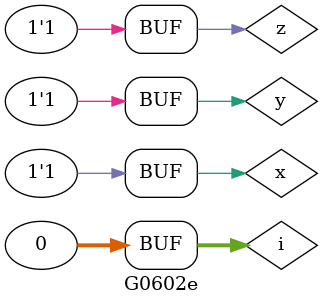
<source format=v>

module f1 (output r, input x,y,z);

	assign r = ~z|(~x&y); // (~x|~z)&(x|y|~z)

endmodule // f1

module f2 (output r, input x,y,z);

	assign r = z|(~x&y); // (~x|z)&(x|y|z)

endmodule // f2

module f3 (output r, input x,y,z);

	assign r = (~z|y)&(x|~y);

endmodule // f3

module f4 (output r, input x,y,z);

	assign r = (y~^~z);

endmodule // f4

module f5 (output r, input x,y,z);

	assign r = (~y);

endmodule // f5

module G0602a;

	// Define data
	integer i = 0;
	reg x = 1'b0;
	reg y = 1'b0;
	reg z = 1'b0;
	wire r;

	f1 F1 (r, x,y,z);

	// Actions
	initial
		begin : main

			$display ("\nG0602a -\n");

			$display ("f(x,y,z) = M (1,5,7)\n");

			$monitor ("#%0d | %b %b %b | %b", i, x,y,z, r);
			#1 z = 1'b1; i++;
			#1 y = 1'b1; z = 1'b0; i++;
			#1 y = 1'b1; z = 1'b1; i++;
			#1 x = 1'b1; y = 1'b0; z = 1'b0; i++;
			#1 x = 1'b1; y = 1'b0; z = 1'b1; i++;
			#1 x = 1'b1; y = 1'b1; z = 1'b0; i++;
			#1 x = 1'b1; y = 1'b1; z = 1'b1; i++;

		end // main

endmodule // G0602a

module G0602b;

	// Define data
	integer i = 0;
	reg x = 1'b0;
	reg y = 1'b0;
	reg z = 1'b0;
	wire r;

	f2 F2 (r, x,y,z);

	// Actions
	initial
		begin : main

			#15$display ("\nG0602b -\n");

			$display ("f(x,y,z) = M (0,4,6)\n");

			$monitor ("#%0d | %b %b %b | %b", i, x,y,z, r);
			#1 z = 1'b1; i++;
			#1 y = 1'b1; z = 1'b0; i++;
			#1 y = 1'b1; z = 1'b1; i++;
			#1 x = 1'b1; y = 1'b0; z = 1'b0; i++;
			#1 x = 1'b1; y = 1'b0; z = 1'b1; i++;
			#1 x = 1'b1; y = 1'b1; z = 1'b0; i++;
			#1 x = 1'b1; y = 1'b1; z = 1'b1; i++;

		end // main

endmodule // G0602d

module G0602c;

	// Define data
	integer i = 0;
	reg x = 1'b0;
	reg y = 1'b0;
	reg z = 1'b0;
	wire r;

	f3 F3 (r, x,y,z);

	// Actions
	initial
		begin : main

			#25$display ("\nG0602c -\n");

			$display ("f(x,y,z) = M (1,2,3,5)\n");

			$monitor ("#%0d | %b %b %b | %b", i, x,y,z, r);
			#1 z = 1'b1; i++;
			#1 y = 1'b1; z = 1'b0; i++;
			#1 y = 1'b1; z = 1'b1; i++;
			#1 x = 1'b1; y = 1'b0; z = 1'b0; i++;
			#1 x = 1'b1; y = 1'b0; z = 1'b1; i++;
			#1 x = 1'b1; y = 1'b1; z = 1'b0; i++;
			#1 x = 1'b1; y = 1'b1; z = 1'b1; i++;

		end // main

endmodule // G0602c

module G0602d;

	// Define data
	integer i = 0;
	reg x = 1'b0;
	reg y = 1'b0;
	reg z = 1'b0;
	wire r;

	f4 F4 (r, x,y,z);

	// Actions
	initial
		begin : main

			#35$display ("\nG0602d -\n");

			$display ("f(x,y,z) = M (0,3,4,7)\n");

			$monitor ("#%0d | %b %b %b | %b", i, x,y,z, r);
			#1 z = 1'b1; i++;
			#1 y = 1'b1; z = 1'b0; i++;
			#1 y = 1'b1; z = 1'b1; i++;
			#1 x = 1'b1; y = 1'b0; z = 1'b0; i++;
			#1 x = 1'b1; y = 1'b0; z = 1'b1; i++;
			#1 x = 1'b1; y = 1'b1; z = 1'b0; i++;
			#1 x = 1'b1; y = 1'b1; z = 1'b1; i++;

		end // main

endmodule // G0602d

module G0602e;

	// Define data
	integer i = 0;
	reg x = 1'b0;
	reg y = 1'b0;
	reg z = 1'b0;
	wire r;

	f5 F5 (r, x,y,z);

	// Actions
	initial
		begin : main

			#45$display ("\nG0602e -\n");

			$display ("f(x,y,z) = M (2,3,6,7)\n");

			$monitor ("#%0d | %b %b %b | %b", i, x,y,z, r);
			#1 z = 1'b1; i++;
			#1 y = 1'b1; z = 1'b0; i++;
			#1 y = 1'b1; z = 1'b1; i++;
			#1 x = 1'b1; y = 1'b0; z = 1'b0; i++;
			#1 x = 1'b1; y = 1'b0; z = 1'b1; i++;
			#1 x = 1'b1; y = 1'b1; z = 1'b0; i++;
			#1 x = 1'b1; y = 1'b1; z = 1'b1; i++;

		end // main

endmodule // G0602e

</source>
